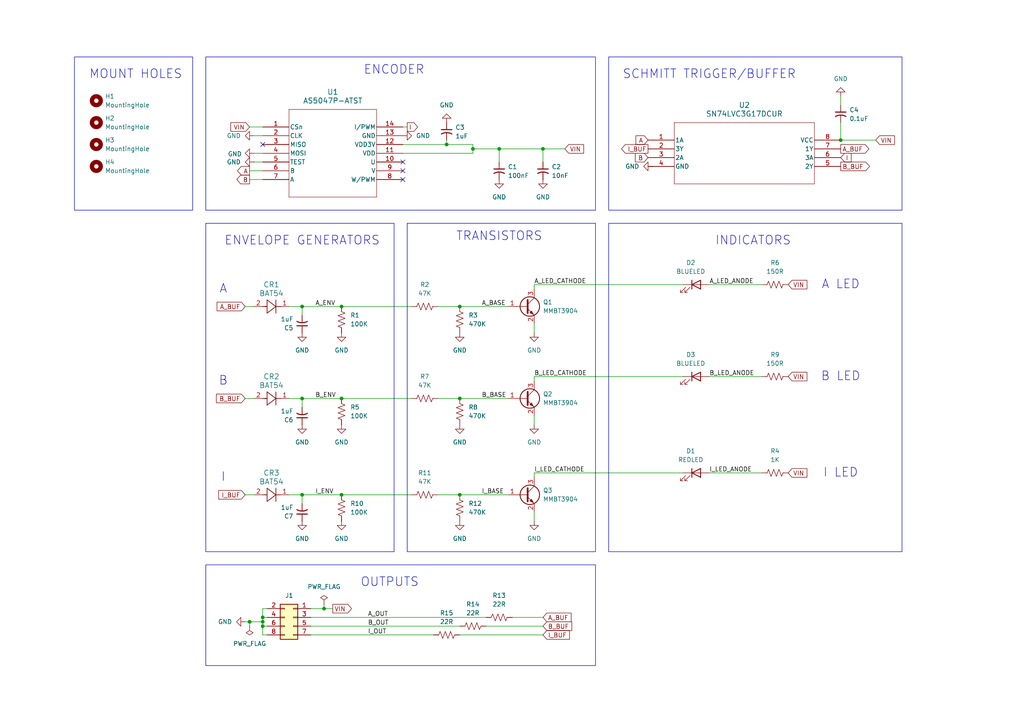
<source format=kicad_sch>
(kicad_sch (version 20250114) (generator "eeschema") (generator_version "9.0")
  (paper "A4")
  (title_block (title "Leg (Wheel) Encoder Board") (company "01 Binary"))
  (lib_symbols
    (symbol "AS5047P:AS5047P-ATSM" (pin_names (offset 0.254))
      (property "Reference" "U1" (at 20.32 10.16 0))
      (property "Value" "AS5047P-ATST" (at 20.32 7.62 0))
      (symbol "AS5047P-ATSM_0_1"
        (polyline (pts (xy 7.62 5.08) (xy 7.62 -20.32)) (stroke (width 0.127)))
        (polyline (pts (xy 7.62 -20.32) (xy 33.02 -20.32)) (stroke (width 0.127)))
        (polyline (pts (xy 33.02 5.08) (xy 7.62 5.08)) (stroke (width 0.127)))
        (polyline (pts (xy 33.02 -20.32) (xy 33.02 5.08)) (stroke (width 0.127)))
        (pin input line (at 0 0 0) (length 7.62) (name "CSn") (number "1"))
        (pin input line (at 0 -2.54 0) (length 7.62) (name "CLK") (number "2"))
        (pin output line (at 0 -5.08 0) (length 7.62) (name "MISO") (number "3"))
        (pin input line (at 0 -7.62 0) (length 7.62) (name "MOSI") (number "4"))
        (pin output line (at 0 -10.16 0) (length 7.62) (name "TEST") (number "5"))
        (pin output line (at 0 -12.7 0) (length 7.62) (name "B") (number "6"))
        (pin output line (at 0 -15.24 0) (length 7.62) (name "A") (number "7"))
        (pin output line (at 40.64 0 180) (length 7.62) (name "I/PWM") (number "14"))
        (pin power_out line (at 40.64 -2.54 180) (length 7.62) (name "GND") (number "13"))
        (pin power_in line (at 40.64 -5.08 180) (length 7.62) (name "VDD3V") (number "12"))
        (pin power_in line (at 40.64 -7.62 180) (length 7.62) (name "VDD") (number "11"))
        (pin output line (at 40.64 -10.16 180) (length 7.62) (name "U") (number "10"))
        (pin output line (at 40.64 -12.7 180) (length 7.62) (name "V") (number "9"))
        (pin output line (at 40.64 -15.24 180) (length 7.62) (name "W/PWM") (number "8"))
      )
    )
    (symbol "Connector_Generic:Conn_02x04_Odd_Even" (pin_names (offset 1.016) (hide yes))
      (property "Reference" "J" (at 1.27 5.08 0))
      (property "Value" "Conn_02x04_Odd_Even" (at 1.27 -7.62 0))
      (symbol "Conn_02x04_Odd_Even_1_1"
        (rectangle (start -1.27 3.81) (end 3.81 -6.35) (stroke (width 0.254)) (fill (type background)))
        (rectangle (start -1.27 2.667) (end 0 2.413) (stroke (width 0.1524)))
        (rectangle (start -1.27 0.127) (end 0 -0.127) (stroke (width 0.1524)))
        (rectangle (start -1.27 -2.413) (end 0 -2.667) (stroke (width 0.1524)))
        (rectangle (start -1.27 -4.953) (end 0 -5.207) (stroke (width 0.1524)))
        (rectangle (start 3.81 2.667) (end 2.54 2.413) (stroke (width 0.1524)))
        (rectangle (start 3.81 0.127) (end 2.54 -0.127) (stroke (width 0.1524)))
        (rectangle (start 3.81 -2.413) (end 2.54 -2.667) (stroke (width 0.1524)))
        (rectangle (start 3.81 -4.953) (end 2.54 -5.207) (stroke (width 0.1524)))
        (pin passive line (at -5.08 2.54 0) (length 3.81) (name "Pin_1") (number "1"))
        (pin passive line (at -5.08 0 0) (length 3.81) (name "Pin_3") (number "3"))
        (pin passive line (at -5.08 -2.54 0) (length 3.81) (name "Pin_5") (number "5"))
        (pin passive line (at -5.08 -5.08 0) (length 3.81) (name "Pin_7") (number "7"))
        (pin passive line (at 7.62 2.54 180) (length 3.81) (name "Pin_2") (number "2"))
        (pin passive line (at 7.62 0 180) (length 3.81) (name "Pin_4") (number "4"))
        (pin passive line (at 7.62 -2.54 180) (length 3.81) (name "Pin_6") (number "6"))
        (pin passive line (at 7.62 -5.08 180) (length 3.81) (name "Pin_8") (number "8"))
      )
    )
    (symbol "Device:C_Small_US" (pin_numbers (hide yes)) (pin_names (offset 0.254) (hide yes))
      (property "Reference" "C" (at 0.254 1.778 0))
      (property "Value" "C_Small_US" (at 0.254 -2.032 0))
      (symbol "C_Small_US_0_1"
        (polyline (pts (xy -1.524 0.508) (xy 1.524 0.508)) (stroke (width 0.3048)))
        (arc (start -1.524 -0.762) (mid 0 -0.3734) (end 1.524 -0.762) (stroke (width 0.3048)))
      )
      (symbol "C_Small_US_1_1"
        (pin passive line (at 0 2.54 270) (length 2.032) (name "~") (number "1"))
        (pin passive line (at 0 -2.54 90) (length 2.032) (name "~") (number "2"))
      )
    )
    (symbol "Device:LED" (pin_numbers (hide yes)) (pin_names (offset 1.016) (hide yes))
      (property "Reference" "D" (at 0 2.54 0))
      (property "Value" "LED" (at 0 -2.54 0))
      (symbol "LED_0_1"
        (polyline (pts (xy -3.048 -0.762) (xy -4.572 -2.286) (xy -3.81 -2.286) (xy -4.572 -2.286) (xy -4.572 -1.524)))
        (polyline (pts (xy -1.778 -0.762) (xy -3.302 -2.286) (xy -2.54 -2.286) (xy -3.302 -2.286) (xy -3.302 -1.524)))
        (polyline (pts (xy -1.27 0) (xy 1.27 0)))
        (polyline (pts (xy -1.27 -1.27) (xy -1.27 1.27)) (stroke (width 0.254)))
        (polyline (pts (xy 1.27 -1.27) (xy 1.27 1.27) (xy -1.27 0) (xy 1.27 -1.27)) (stroke (width 0.254)))
      )
      (symbol "LED_1_1"
        (pin passive line (at -3.81 0 0) (length 2.54) (name "K") (number "1"))
        (pin passive line (at 3.81 0 180) (length 2.54) (name "A") (number "2"))
      )
    )
    (symbol "Device:R_US" (pin_numbers (hide yes)) (pin_names (offset 0))
      (property "Reference" "R" (at 2.54 0 90))
      (property "Value" "R_US" (at -2.54 0 90))
      (symbol "R_US_0_1"
        (polyline (pts (xy 0 2.286) (xy 0 2.54)))
        (polyline (pts (xy 0 2.286) (xy 1.016 1.905) (xy 0 1.524) (xy -1.016 1.143) (xy 0 0.762)))
        (polyline (pts (xy 0 0.762) (xy 1.016 0.381) (xy 0 0) (xy -1.016 -0.381) (xy 0 -0.762)))
        (polyline (pts (xy 0 -0.762) (xy 1.016 -1.143) (xy 0 -1.524) (xy -1.016 -1.905) (xy 0 -2.286)))
        (polyline (pts (xy 0 -2.286) (xy 0 -2.54)))
      )
      (symbol "R_US_1_1"
        (pin passive line (at 0 3.81 270) (length 1.27) (name "~") (number "1"))
        (pin passive line (at 0 -3.81 90) (length 1.27) (name "~") (number "2"))
      )
    )
    (symbol "EnvelopeDiode:BAT54WS-7-F" (pin_names (offset 0.254))
      (property "Reference" "CR" (at 5.08 4.445 0))
      (property "Value" "BAT54WS-7-F" (at 5.08 -3.81 0))
      (symbol "BAT54WS-7-F_1_1"
        (polyline (pts (xy 2.54 0) (xy 3.4798 0)) (stroke (width 0.2032)))
        (polyline (pts (xy 3.175 0) (xy 3.81 0)) (stroke (width 0.2032)))
        (polyline (pts (xy 3.81 1.905) (xy 3.81 -1.905)) (stroke (width 0.2032)))
        (polyline (pts (xy 3.81 -1.905) (xy 6.35 0)) (stroke (width 0.2032)))
        (polyline (pts (xy 6.35 0) (xy 3.81 1.905)) (stroke (width 0.2032)))
        (polyline (pts (xy 6.35 0) (xy 7.62 0)) (stroke (width 0.2032)))
        (polyline (pts (xy 6.35 -1.905) (xy 6.35 1.905)) (stroke (width 0.2032)))
        (pin unspecified line (at 0 0 0) (length 2.54) (name "") (number "2"))
        (pin unspecified line (at 10.16 0 180) (length 2.54) (name "") (number "1"))
      )
      (symbol "BAT54WS-7-F_1_2"
        (polyline (pts (xy -1.905 3.81) (xy 1.905 3.81)) (stroke (width 0.2032)))
        (polyline (pts (xy 0 6.35) (xy -1.905 3.81)) (stroke (width 0.2032)))
        (polyline (pts (xy 0 6.35) (xy 0 7.62)) (stroke (width 0.2032)))
        (polyline (pts (xy 0 3.175) (xy 0 3.81)) (stroke (width 0.2032)))
        (polyline (pts (xy 0 2.54) (xy 0 3.4798)) (stroke (width 0.2032)))
        (polyline (pts (xy 1.905 6.35) (xy -1.905 6.35)) (stroke (width 0.2032)))
        (polyline (pts (xy 1.905 3.81) (xy 0 6.35)) (stroke (width 0.2032)))
        (pin unspecified line (at 0 10.16 270) (length 2.54) (name "") (number "1"))
        (pin unspecified line (at 0 0 90) (length 2.54) (name "") (number "2"))
      )
    )
    (symbol "Mechanical:MountingHole" (pin_names (offset 1.016)) (in_bom no)
      (property "Reference" "H" (at 0 5.08 0))
      (property "Value" "MountingHole" (at 0 3.175 0))
      (symbol "MountingHole_0_1"
        (circle (center 0 0) (radius 1.27) (stroke (width 1.27)))
      )
    )
    (symbol "SchmittBuffer:SN74LVC3G17DCUR" (pin_names (offset 0.254))
      (property "Reference" "U" (at 27.94 10.16 0))
      (property "Value" "SN74LVC3G17DCUR" (at 27.94 7.62 0))
      (symbol "SN74LVC3G17DCUR_0_1"
        (polyline (pts (xy 7.62 5.08) (xy 7.62 -12.7)) (stroke (width 0.127)))
        (polyline (pts (xy 7.62 -12.7) (xy 48.26 -12.7)) (stroke (width 0.127)))
        (polyline (pts (xy 48.26 5.08) (xy 7.62 5.08)) (stroke (width 0.127)))
        (polyline (pts (xy 48.26 -12.7) (xy 48.26 5.08)) (stroke (width 0.127)))
        (pin input line (at 0 0 0) (length 7.62) (name "1A") (number "1"))
        (pin output line (at 0 -2.54 0) (length 7.62) (name "3Y") (number "2"))
        (pin input line (at 0 -5.08 0) (length 7.62) (name "2A") (number "3"))
        (pin power_in line (at 0 -7.62 0) (length 7.62) (name "GND") (number "4"))
        (pin power_in line (at 55.88 0 180) (length 7.62) (name "VCC") (number "8"))
        (pin output line (at 55.88 -2.54 180) (length 7.62) (name "1Y") (number "7"))
        (pin input line (at 55.88 -5.08 180) (length 7.62) (name "3A") (number "6"))
        (pin output line (at 55.88 -7.62 180) (length 7.62) (name "2Y") (number "5"))
      )
    )
    (symbol "Transistor_BJT:MMBT3904" (pin_names (offset 0) (hide yes))
      (property "Reference" "Q" (at 5.08 1.905 0))
      (property "Value" "MMBT3904" (at 5.08 0 0))
      (symbol "MMBT3904_0_1"
        (polyline (pts (xy -2.54 0) (xy 0.635 0)))
        (polyline (pts (xy 0.635 1.905) (xy 0.635 -1.905)) (stroke (width 0.508)))
        (circle (center 1.27 0) (radius 2.8194) (stroke (width 0.254)))
      )
      (symbol "MMBT3904_1_1"
        (polyline (pts (xy 0.635 0.635) (xy 2.54 2.54)))
        (polyline (pts (xy 0.635 -0.635) (xy 2.54 -2.54)))
        (polyline (pts (xy 1.27 -1.778) (xy 1.778 -1.27) (xy 2.286 -2.286) (xy 1.27 -1.778)) (fill (type outline)))
        (pin input line (at -5.08 0 0) (length 2.54) (name "B") (number "1"))
        (pin passive line (at 2.54 5.08 270) (length 2.54) (name "C") (number "3"))
        (pin passive line (at 2.54 -5.08 90) (length 2.54) (name "E") (number "2"))
      )
    )
    (symbol "power:GND" (power) (pin_numbers (hide yes)) (pin_names (offset 0) (hide yes))
      (property "Value" "GND" (at 0 -3.81 0))
      (symbol "GND_0_1"
        (polyline (pts (xy 0 0) (xy 0 -1.27) (xy 1.27 -1.27) (xy 0 -2.54) (xy -1.27 -1.27) (xy 0 -1.27)))
      )
      (symbol "GND_1_1"
        (pin power_in line (at 0 0 270) (length 0) (name "~") (number "1"))
      )
    )
    (symbol "power:PWR_FLAG" (power) (pin_numbers (hide yes)) (pin_names (offset 0) (hide yes))
      (property "Value" "PWR_FLAG" (at 0 3.81 0))
      (symbol "PWR_FLAG_0_0"
        (pin power_out line (at 0 0 90) (length 0) (name "~") (number "1"))
      )
      (symbol "PWR_FLAG_0_1"
        (polyline (pts (xy 0 0) (xy 0 1.27) (xy -1.016 1.905) (xy 0 2.54) (xy 1.016 1.905) (xy 0 1.27)))
      )
    )
  )
  (rectangle (start 21.59 16.51) (end 55.88 60.96))
  (rectangle (start 176.53 64.77) (end 261.62 160.02))
  (rectangle (start 59.69 16.51) (end 172.72 60.96))
  (rectangle (start 176.53 16.51) (end 261.62 60.96))
  (rectangle (start 59.69 64.77) (end 114.3 160.02))
  (rectangle (start 118.11 64.77) (end 172.72 160.02))
  (rectangle (start 59.69 163.83) (end 172.72 193.04))
  (text "ENVELOPE GENERATORS" (at 87.63 69.85 0) (effects (font (size 2.54 2.54))))
  (text "ENCODER" (at 114.3 20.32 0) (effects (font (size 2.54 2.54))))
  (text "I" (at 64.77 138.43 0) (effects (font (size 2.54 2.54))))
  (text "A" (at 64.77 83.82 0) (effects (font (size 2.54 2.54))))
  (text "I LED" (at 243.84 137.16 0) (effects (font (size 2.54 2.54))))
  (text "B LED" (at 243.84 109.22 0) (effects (font (size 2.54 2.54))))
  (text "INDICATORS" (at 218.44 69.85 0) (effects (font (size 2.54 2.54))))
  (text "B" (at 64.77 110.49 0) (effects (font (size 2.54 2.54))))
  (text "OUTPUTS" (at 113.03 168.91 0) (effects (font (size 2.54 2.54))))
  (text "A LED" (at 243.84 82.55 0) (effects (font (size 2.54 2.54))))
  (text "MOUNT HOLES" (at 39.37 21.59 0) (effects (font (size 2.54 2.54))))
  (text "TRANSISTORS" (at 144.78 68.58 0) (effects (font (size 2.54 2.54))))
  (text "SCHMITT TRIGGER/BUFFER" (at 205.74 21.59 0) (effects (font (size 2.54 2.54))))
  (junction (at 76.2 180.34))
  (junction (at 243.84 40.64))
  (junction (at 87.63 88.9))
  (junction (at 93.98 176.53))
  (junction (at 129.54 41.91))
  (junction (at 99.06 143.51))
  (junction (at 76.2 179.07))
  (junction (at 133.35 88.9))
  (junction (at 133.35 115.57))
  (junction (at 72.39 180.34))
  (junction (at 137.16 43.18))
  (junction (at 157.48 43.18))
  (junction (at 133.35 143.51))
  (junction (at 99.06 88.9))
  (junction (at 144.78 43.18))
  (junction (at 76.2 181.61))
  (junction (at 87.63 115.57))
  (junction (at 87.63 143.51))
  (junction (at 99.06 115.57))
  (no_connect (at 116.84 49.53))
  (no_connect (at 116.84 52.07))
  (no_connect (at 76.2 41.91))
  (no_connect (at 116.84 46.99))
  (wire (pts (xy 87.63 115.57) (xy 99.06 115.57)))
  (wire (pts (xy 133.35 143.51) (xy 147.32 143.51)))
  (wire (pts (xy 90.17 181.61) (xy 133.35 181.61)))
  (wire (pts (xy 205.74 137.16) (xy 220.98 137.16)))
  (wire (pts (xy 116.84 36.83) (xy 118.11 36.83)))
  (wire (pts (xy 87.63 88.9) (xy 99.06 88.9)))
  (wire (pts (xy 133.35 184.15) (xy 157.48 184.15)))
  (wire (pts (xy 87.63 115.57) (xy 83.82 115.57)))
  (wire (pts (xy 87.63 143.51) (xy 83.82 143.51)))
  (wire (pts (xy 76.2 180.34) (xy 76.2 181.61)))
  (wire (pts (xy 157.48 43.18) (xy 163.83 43.18)))
  (wire (pts (xy 140.97 181.61) (xy 157.48 181.61)))
  (wire (pts (xy 72.39 180.34) (xy 76.2 180.34)))
  (wire (pts (xy 71.12 88.9) (xy 73.66 88.9)))
  (wire (pts (xy 93.98 176.53) (xy 96.52 176.53)))
  (wire (pts (xy 127 115.57) (xy 133.35 115.57)))
  (wire (pts (xy 129.54 40.64) (xy 129.54 41.91)))
  (wire (pts (xy 87.63 88.9) (xy 87.63 91.44)))
  (wire (pts (xy 99.06 88.9) (xy 119.38 88.9)))
  (wire (pts (xy 205.74 82.55) (xy 220.98 82.55)))
  (wire (pts (xy 154.94 96.52) (xy 154.94 93.98)))
  (wire (pts (xy 254 40.64) (xy 243.84 40.64)))
  (wire (pts (xy 73.66 46.99) (xy 76.2 46.99)))
  (wire (pts (xy 133.35 88.9) (xy 147.32 88.9)))
  (wire (pts (xy 90.17 184.15) (xy 125.73 184.15)))
  (wire (pts (xy 76.2 184.15) (xy 77.47 184.15)))
  (wire (pts (xy 144.78 43.18) (xy 144.78 46.99)))
  (wire (pts (xy 154.94 109.22) (xy 198.12 109.22)))
  (wire (pts (xy 157.48 43.18) (xy 157.48 46.99)))
  (wire (pts (xy 72.39 181.61) (xy 72.39 180.34)))
  (wire (pts (xy 243.84 30.48) (xy 243.84 27.94)))
  (wire (pts (xy 72.39 52.07) (xy 76.2 52.07)))
  (wire (pts (xy 129.54 41.91) (xy 137.16 41.91)))
  (wire (pts (xy 87.63 143.51) (xy 99.06 143.51)))
  (wire (pts (xy 137.16 41.91) (xy 137.16 43.18)))
  (wire (pts (xy 71.12 115.57) (xy 73.66 115.57)))
  (wire (pts (xy 127 88.9) (xy 133.35 88.9)))
  (wire (pts (xy 137.16 43.18) (xy 137.16 44.45)))
  (wire (pts (xy 76.2 179.07) (xy 76.2 180.34)))
  (wire (pts (xy 76.2 181.61) (xy 77.47 181.61)))
  (wire (pts (xy 154.94 137.16) (xy 198.12 137.16)))
  (wire (pts (xy 87.63 88.9) (xy 83.82 88.9)))
  (wire (pts (xy 99.06 115.57) (xy 119.38 115.57)))
  (wire (pts (xy 93.98 175.26) (xy 93.98 176.53)))
  (wire (pts (xy 76.2 176.53) (xy 77.47 176.53)))
  (wire (pts (xy 133.35 115.57) (xy 147.32 115.57)))
  (wire (pts (xy 243.84 35.56) (xy 243.84 40.64)))
  (wire (pts (xy 154.94 82.55) (xy 198.12 82.55)))
  (wire (pts (xy 99.06 143.51) (xy 119.38 143.51)))
  (wire (pts (xy 72.39 49.53) (xy 76.2 49.53)))
  (wire (pts (xy 154.94 151.13) (xy 154.94 148.59)))
  (wire (pts (xy 76.2 181.61) (xy 76.2 184.15)))
  (wire (pts (xy 154.94 137.16) (xy 154.94 138.43)))
  (wire (pts (xy 90.17 179.07) (xy 140.97 179.07)))
  (wire (pts (xy 76.2 179.07) (xy 77.47 179.07)))
  (wire (pts (xy 73.66 44.45) (xy 76.2 44.45)))
  (wire (pts (xy 76.2 176.53) (xy 76.2 179.07)))
  (wire (pts (xy 148.59 179.07) (xy 157.48 179.07)))
  (wire (pts (xy 205.74 109.22) (xy 220.98 109.22)))
  (wire (pts (xy 154.94 82.55) (xy 154.94 83.82)))
  (wire (pts (xy 144.78 43.18) (xy 157.48 43.18)))
  (wire (pts (xy 87.63 143.51) (xy 87.63 146.05)))
  (wire (pts (xy 137.16 43.18) (xy 144.78 43.18)))
  (wire (pts (xy 116.84 44.45) (xy 137.16 44.45)))
  (wire (pts (xy 87.63 115.57) (xy 87.63 118.11)))
  (wire (pts (xy 71.12 180.34) (xy 72.39 180.34)))
  (wire (pts (xy 73.66 39.37) (xy 76.2 39.37)))
  (wire (pts (xy 72.39 36.83) (xy 76.2 36.83)))
  (wire (pts (xy 189.23 48.26) (xy 187.96 48.26)))
  (wire (pts (xy 71.12 143.51) (xy 73.66 143.51)))
  (wire (pts (xy 154.94 123.19) (xy 154.94 120.65)))
  (wire (pts (xy 116.84 41.91) (xy 129.54 41.91)))
  (wire (pts (xy 127 143.51) (xy 133.35 143.51)))
  (wire (pts (xy 154.94 109.22) (xy 154.94 110.49)))
  (wire (pts (xy 90.17 176.53) (xy 93.98 176.53)))
  (label "A_ENV" (at 91.44 88.9 0))
  (label "A_LED_ANODE" (at 205.74 82.55 0))
  (label "B_ENV" (at 91.44 115.57 0))
  (label "A_LED_CATHODE" (at 154.94 82.55 0))
  (label "A_BASE" (at 139.7 88.9 0))
  (label "B_LED_ANODE" (at 205.74 109.22 0))
  (label "I_OUT" (at 106.68 184.15 0))
  (label "B_LED_CATHODE" (at 154.94 109.22 0))
  (label "I_ENV" (at 91.44 143.51 0))
  (label "A_OUT" (at 106.68 179.07 0))
  (label "B_BASE" (at 139.7 115.57 0))
  (label "I_LED_ANODE" (at 205.74 137.16 0))
  (label "I_LED_CATHODE" (at 154.94 137.16 0))
  (label "I_BASE" (at 139.7 143.51 0))
  (label "B_OUT" (at 106.68 181.61 0))
  (global_label "A_BUF" (shape input) (at 71.12 88.9 180) (property "Intersheetrefs" "${INTERSHEET_REFS}" (effects (hide yes))))
  (global_label "VIN" (shape input) (at 228.6 82.55 0) (property "Intersheetrefs" "${INTERSHEET_REFS}" (effects (hide yes))))
  (global_label "VIN" (shape input) (at 163.83 43.18 0) (property "Intersheetrefs" "${INTERSHEET_REFS}" (effects (hide yes))))
  (global_label "I_BUF" (shape input) (at 157.48 184.15 0) (property "Intersheetrefs" "${INTERSHEET_REFS}" (effects (hide yes))))
  (global_label "B_BUF" (shape input) (at 71.12 115.57 180) (property "Intersheetrefs" "${INTERSHEET_REFS}" (effects (hide yes))))
  (global_label "B" (shape input) (at 187.96 45.72 180) (property "Intersheetrefs" "${INTERSHEET_REFS}" (effects (hide yes))))
  (global_label "VIN" (shape input) (at 72.39 36.83 180) (property "Intersheetrefs" "${INTERSHEET_REFS}" (effects (hide yes))))
  (global_label "A_BUF" (shape output) (at 243.84 43.18 0) (property "Intersheetrefs" "${INTERSHEET_REFS}" (effects (hide yes))))
  (global_label "VIN" (shape input) (at 254 40.64 0) (property "Intersheetrefs" "${INTERSHEET_REFS}" (effects (hide yes))))
  (global_label "A" (shape input) (at 187.96 40.64 180) (property "Intersheetrefs" "${INTERSHEET_REFS}" (effects (hide yes))))
  (global_label "I" (shape output) (at 118.11 36.83 0) (property "Intersheetrefs" "${INTERSHEET_REFS}" (effects (hide yes))))
  (global_label "B_BUF" (shape input) (at 157.48 181.61 0) (property "Intersheetrefs" "${INTERSHEET_REFS}" (effects (hide yes))))
  (global_label "VIN" (shape input) (at 228.6 109.22 0) (property "Intersheetrefs" "${INTERSHEET_REFS}" (effects (hide yes))))
  (global_label "A" (shape output) (at 72.39 49.53 180) (property "Intersheetrefs" "${INTERSHEET_REFS}" (effects (hide yes))))
  (global_label "B_BUF" (shape output) (at 243.84 48.26 0) (property "Intersheetrefs" "${INTERSHEET_REFS}" (effects (hide yes))))
  (global_label "I" (shape input) (at 243.84 45.72 0) (property "Intersheetrefs" "${INTERSHEET_REFS}" (effects (hide yes))))
  (global_label "VIN" (shape output) (at 96.52 176.53 0) (property "Intersheetrefs" "${INTERSHEET_REFS}" (effects (hide yes))))
  (global_label "I_BUF" (shape output) (at 187.96 43.18 180) (property "Intersheetrefs" "${INTERSHEET_REFS}" (effects (hide yes))))
  (global_label "B" (shape output) (at 72.39 52.07 180) (property "Intersheetrefs" "${INTERSHEET_REFS}" (effects (hide yes))))
  (global_label "I_BUF" (shape input) (at 71.12 143.51 180) (property "Intersheetrefs" "${INTERSHEET_REFS}" (effects (hide yes))))
  (global_label "VIN" (shape input) (at 228.6 137.16 0) (property "Intersheetrefs" "${INTERSHEET_REFS}" (effects (hide yes))))
  (global_label "A_BUF" (shape input) (at 157.48 179.07 0) (property "Intersheetrefs" "${INTERSHEET_REFS}" (effects (hide yes))))
  (symbol (lib_id "power:GND") (at 116.84 39.37 90) (unit 1)
    (property "Reference" "#PWR05" (effects (hide yes)))
    (property "Value" "GND" (at 120.65 39.3699 90) (effects (justify right)))
    (property "Description" "Power symbol creates a global label with name \"GND\" , ground" (effects (hide yes)))
  )
  (symbol (lib_id "Device:R_US") (at 133.35 119.38 0) (unit 1)
    (property "Reference" "R8" (at 135.89 118.1099 0) (effects (justify left)))
    (property "Value" "470K" (at 135.89 120.6499 0) (effects (justify left)))
    (property "Footprint" "Resistor470K:RC0603FR-07470KL" (effects (hide yes)))
    (property "Description" "Resistor, US symbol" (effects (hide yes)))
    (property "LCSC" "C114622" (effects (hide yes)))
  )
  (symbol (lib_id "power:GND") (at 154.94 96.52 0) (unit 1)
    (property "Reference" "#PWR015" (effects (hide yes)))
    (property "Value" "GND" (at 154.94 101.6 0))
    (property "Description" "Power symbol creates a global label with name \"GND\" , ground" (effects (hide yes)))
  )
  (symbol (lib_id "power:GND") (at 133.35 151.13 0) (unit 1)
    (property "Reference" "#PWR021" (effects (hide yes)))
    (property "Value" "GND" (at 133.35 156.21 0))
    (property "Description" "Power symbol creates a global label with name \"GND\" , ground" (effects (hide yes)))
  )
  (symbol (lib_id "SchmittBuffer:SN74LVC3G17DCUR") (at 187.96 40.64 0) (unit 1)
    (property "Reference" "U2" (at 215.9 30.48 0) (effects (font (size 1.524 1.524))))
    (property "Value" "SN74LVC3G17DCUR" (at 215.9 33.02 0) (effects (font (size 1.524 1.524))))
    (property "Footprint" "SchmittBuffer:SN74LVC3G17DCUR" (effects (hide yes)))
    (property "Datasheet" "https://www.ti.com/lit/gpn/sn74lvc3g17" (effects (hide yes)))
    (property "LCSC" "C68245" (effects (hide yes)))
  )
  (symbol (lib_id "power:GND") (at 99.06 151.13 0) (unit 1)
    (property "Reference" "#PWR020" (effects (hide yes)))
    (property "Value" "GND" (at 99.06 156.21 0))
    (property "Description" "Power symbol creates a global label with name \"GND\" , ground" (effects (hide yes)))
  )
  (symbol (lib_id "Device:R_US") (at 137.16 181.61 90) (unit 1)
    (property "Reference" "R14" (at 137.16 175.26 90))
    (property "Value" "22R" (at 137.16 177.8 90))
    (property "Footprint" "Resistor22:RC0603FR-0722RL" (effects (hide yes)))
    (property "Description" "Resistor, US symbol" (effects (hide yes)))
    (property "LCSC" "C105579" (effects (hide yes)))
  )
  (symbol (lib_id "power:GND") (at 87.63 123.19 0) (unit 1)
    (property "Reference" "#PWR010" (effects (hide yes)))
    (property "Value" "GND" (at 87.63 128.27 0))
    (property "Description" "Power symbol creates a global label with name \"GND\" , ground" (effects (hide yes)))
  )
  (symbol (lib_id "power:PWR_FLAG") (at 72.39 181.61 180) (unit 1)
    (property "Reference" "#FLG02" (effects (hide yes)))
    (property "Value" "PWR_FLAG" (at 72.39 186.69 0))
    (property "Description" "Special symbol for telling ERC where power comes from" (effects (hide yes)))
  )
  (symbol (lib_id "AS5047P:AS5047P-ATSM") (at 76.2 36.83 0) (unit 1)
    (property "Reference" "U1" (at 96.52 26.67 0) (effects (font (size 1.524 1.524))))
    (property "Value" "AS5047P-ATST" (at 96.52 29.21 0) (effects (font (size 1.524 1.524))))
    (property "Footprint" "AS5047P-ASST:AS5047P-ASST" (effects (hide yes)))
    (property "Datasheet" "AS5047P-ATSM" (effects (hide yes)))
    (property "LCSC" "C962063" (effects (hide yes)))
  )
  (symbol (lib_id "Device:R_US") (at 133.35 147.32 0) (unit 1)
    (property "Reference" "R12" (at 135.89 146.0499 0) (effects (justify left)))
    (property "Value" "470K" (at 135.89 148.5899 0) (effects (justify left)))
    (property "Footprint" "Resistor470K:RC0603FR-07470KL" (effects (hide yes)))
    (property "Description" "Resistor, US symbol" (effects (hide yes)))
    (property "LCSC" "C114622" (effects (hide yes)))
  )
  (symbol (lib_id "Transistor_BJT:MMBT3904") (at 152.4 88.9 0) (unit 1)
    (property "Reference" "Q1" (at 157.48 87.6299 0) (effects (justify left)))
    (property "Value" "MMBT3904" (at 157.48 90.1699 0) (effects (justify left)))
    (property "Footprint" "Transistor:MMBT3904LT1G" (effects (hide yes)))
    (property "Datasheet" "https://www.onsemi.com/pdf/datasheet/pzt3904-d.pdf" (effects (hide yes)))
    (property "Description" "0.2A Ic, 40V Vce, Small Signal NPN Transistor, SOT-23" (effects (hide yes)))
    (property "LCSC" "C81464" (effects (hide yes)))
  )
  (symbol (lib_id "Device:R_US") (at 129.54 184.15 90) (unit 1)
    (property "Reference" "R15" (at 129.54 177.8 90))
    (property "Value" "22R" (at 129.54 180.34 90))
    (property "Footprint" "Resistor22:RC0603FR-0722RL" (effects (hide yes)))
    (property "Description" "Resistor, US symbol" (effects (hide yes)))
    (property "LCSC" "C105579" (effects (hide yes)))
  )
  (symbol (lib_id "Device:C_Small_US") (at 87.63 93.98 180) (unit 1)
    (property "Reference" "C5" (at 85.09 95.1231 0) (effects (justify left)))
    (property "Value" "1uF" (at 85.09 92.5831 0) (effects (justify left)))
    (property "Footprint" "Capacitor1uF:CC0603JRX7R7BB105" (effects (hide yes)))
    (property "Description" "capacitor, small US symbol" (effects (hide yes)))
    (property "LCSC" "C519560" (effects (hide yes)))
  )
  (symbol (lib_id "power:GND") (at 144.78 52.07 0) (unit 1)
    (property "Reference" "#PWR01" (effects (hide yes)))
    (property "Value" "GND" (at 144.78 57.15 0))
    (property "Description" "Power symbol creates a global label with name \"GND\" , ground" (effects (hide yes)))
  )
  (symbol (lib_id "EnvelopeDiode:BAT54WS-7-F") (at 73.66 88.9 0) (unit 1)
    (property "Reference" "CR1" (at 78.74 82.55 0) (effects (font (size 1.524 1.524))))
    (property "Value" "BAT54" (at 78.74 85.09 0) (effects (font (size 1.524 1.524))))
    (property "Footprint" "EnvelopeDiode:BAT54WS-7-F" (effects (hide yes)))
    (property "Datasheet" "BAT54WS-7-F" (effects (hide yes)))
    (property "LCSC" "C124205" (effects (hide yes)))
  )
  (symbol (lib_id "power:GND") (at 189.23 48.26 270) (unit 1)
    (property "Reference" "#PWR04" (effects (hide yes)))
    (property "Value" "GND" (at 185.42 48.2599 90) (effects (justify right)))
    (property "Description" "Power symbol creates a global label with name \"GND\" , ground" (effects (hide yes)))
  )
  (symbol (lib_id "power:GND") (at 157.48 52.07 0) (unit 1)
    (property "Reference" "#PWR02" (effects (hide yes)))
    (property "Value" "GND" (at 157.48 57.15 0))
    (property "Description" "Power symbol creates a global label with name \"GND\" , ground" (effects (hide yes)))
  )
  (symbol (lib_id "power:GND") (at 243.84 27.94 180) (unit 1)
    (property "Reference" "#PWR012" (effects (hide yes)))
    (property "Value" "GND" (at 243.84 22.86 0))
    (property "Description" "Power symbol creates a global label with name \"GND\" , ground" (effects (hide yes)))
  )
  (symbol (lib_id "power:GND") (at 73.66 44.45 270) (unit 1)
    (property "Reference" "#PWR09" (effects (hide yes)))
    (property "Value" "GND" (at 68.1093 44.6558 90))
    (property "Description" "Power symbol creates a global label with name \"GND\" , ground" (effects (hide yes)))
  )
  (symbol (lib_id "Transistor_BJT:MMBT3904") (at 152.4 143.51 0) (unit 1)
    (property "Reference" "Q3" (at 157.48 142.2399 0) (effects (justify left)))
    (property "Value" "MMBT3904" (at 157.48 144.7799 0) (effects (justify left)))
    (property "Footprint" "Transistor:MMBT3904LT1G" (effects (hide yes)))
    (property "Datasheet" "https://www.onsemi.com/pdf/datasheet/pzt3904-d.pdf" (effects (hide yes)))
    (property "Description" "0.2A Ic, 40V Vce, Small Signal NPN Transistor, SOT-23" (effects (hide yes)))
    (property "LCSC" "C81464" (effects (hide yes)))
  )
  (symbol (lib_id "Device:LED") (at 201.93 109.22 0) (unit 1)
    (property "Reference" "D3" (at 200.3425 102.87 0))
    (property "Value" "BLUELED" (at 200.3425 105.41 0))
    (property "Footprint" "BlueLED:150080BS75000_Modified" (effects (hide yes)))
    (property "Description" "Light emitting diode" (effects (hide yes)))
    (property "Sim.Pins" "1=K 2=A" (effects (hide yes)))
    (property "LCSC" "C6067133" (effects (hide yes)))
  )
  (symbol (lib_id "Device:C_Small_US") (at 243.84 33.02 0) (unit 1)
    (property "Reference" "C4" (at 246.38 31.8769 0) (effects (justify left)))
    (property "Value" "0.1uF" (at 246.38 34.4169 0) (effects (justify left)))
    (property "Footprint" "Capacitor0.1uF:GRM188R71H104KA93J" (effects (hide yes)))
    (property "Description" "capacitor, small US symbol" (effects (hide yes)))
  )
  (symbol (lib_id "Device:C_Small_US") (at 144.78 49.53 0) (unit 1)
    (property "Reference" "C1" (at 147.32 48.3869 0) (effects (justify left)))
    (property "Value" "100nF" (at 147.32 50.9269 0) (effects (justify left)))
    (property "Footprint" "Capacitor100nF:885342208002" (effects (hide yes)))
    (property "Description" "capacitor, small US symbol" (effects (hide yes)))
    (property "LCSC" "C2176910" (effects (hide yes)))
  )
  (symbol (lib_id "Device:R_US") (at 144.78 179.07 90) (unit 1)
    (property "Reference" "R13" (at 144.78 172.72 90))
    (property "Value" "22R" (at 144.78 175.26 90))
    (property "Footprint" "Resistor22:RC0603FR-0722RL" (effects (hide yes)))
    (property "Description" "Resistor, US symbol" (effects (hide yes)))
    (property "LCSC" "C105579" (effects (hide yes)))
  )
  (symbol (lib_id "Device:C_Small_US") (at 87.63 120.65 180) (unit 1)
    (property "Reference" "C6" (at 85.09 121.7931 0) (effects (justify left)))
    (property "Value" "1uF" (at 85.09 119.2531 0) (effects (justify left)))
    (property "Footprint" "Capacitor1uF:CC0603JRX7R7BB105" (effects (hide yes)))
    (property "Description" "capacitor, small US symbol" (effects (hide yes)))
    (property "LCSC" "C519560" (effects (hide yes)))
  )
  (symbol (lib_id "power:GND") (at 133.35 123.19 0) (unit 1)
    (property "Reference" "#PWR018" (effects (hide yes)))
    (property "Value" "GND" (at 133.35 128.27 0))
    (property "Description" "Power symbol creates a global label with name \"GND\" , ground" (effects (hide yes)))
  )
  (symbol (lib_id "Device:R_US") (at 99.06 147.32 0) (unit 1)
    (property "Reference" "R10" (at 101.6 146.0499 0) (effects (justify left)))
    (property "Value" "100K" (at 101.6 148.5899 0) (effects (justify left)))
    (property "Footprint" "Resistor100K:CRCW0603100KFKEA" (effects (hide yes)))
    (property "Description" "Resistor, US symbol" (effects (hide yes)))
    (property "LCSC" "C844916" (effects (hide yes)))
  )
  (symbol (lib_id "power:GND") (at 154.94 123.19 0) (unit 1)
    (property "Reference" "#PWR019" (effects (hide yes)))
    (property "Value" "GND" (at 154.94 128.27 0))
    (property "Description" "Power symbol creates a global label with name \"GND\" , ground" (effects (hide yes)))
  )
  (symbol (lib_id "Device:LED") (at 201.93 137.16 0) (unit 1)
    (property "Reference" "D1" (at 200.3425 130.81 0))
    (property "Value" "REDLED" (at 200.3425 133.35 0))
    (property "Footprint" "RedLED:RC0603FR-07150RL" (effects (hide yes)))
    (property "Description" "Light emitting diode" (effects (hide yes)))
    (property "Sim.Pins" "1=K 2=A" (effects (hide yes)))
    (property "LCSC" "C114608" (effects (hide yes)))
  )
  (symbol (lib_id "Mechanical:MountingHole") (at 27.94 35.56 0) (unit 1) (in_bom no)
    (property "Reference" "H2" (at 30.48 34.2899 0) (effects (justify left)))
    (property "Value" "MountingHole" (at 30.48 36.8299 0) (effects (justify left)))
    (property "Footprint" "MountingHole:MountingHole_2.5mm_Pad" (effects (hide yes)))
    (property "Description" "Mounting Hole without connection" (effects (hide yes)))
  )
  (symbol (lib_id "Device:R_US") (at 133.35 92.71 0) (unit 1)
    (property "Reference" "R3" (at 135.89 91.4399 0) (effects (justify left)))
    (property "Value" "470K" (at 135.89 93.9799 0) (effects (justify left)))
    (property "Footprint" "Resistor470K:RC0603FR-07470KL" (effects (hide yes)))
    (property "Description" "Resistor, US symbol" (effects (hide yes)))
    (property "LCSC" "C114622" (effects (hide yes)))
  )
  (symbol (lib_id "Connector_Generic:Conn_02x04_Odd_Even") (at 85.09 179.07 0) (mirror y) (unit 1)
    (property "Reference" "J1" (at 85.09 172.72 0) (effects (justify left)))
    (property "Value" "Conn_01x05" (effects (hide yes)))
    (property "Footprint" "Connector_IDC:IDC-Header_2x04_P2.54mm_Vertical" (effects (hide yes)))
    (property "Description" "Generic connector, double row, 02x04, odd/even pin numbering scheme (row 1 odd numbers, row 2 even numbers), script generated (kicad-library-utils/schlib/autogen/connector/)" (effects (hide yes)))
  )
  (symbol (lib_id "power:GND") (at 87.63 96.52 0) (unit 1)
    (property "Reference" "#PWR013" (effects (hide yes)))
    (property "Value" "GND" (at 87.63 101.6 0))
    (property "Description" "Power symbol creates a global label with name \"GND\" , ground" (effects (hide yes)))
  )
  (symbol (lib_id "Mechanical:MountingHole") (at 27.94 41.91 0) (unit 1) (in_bom no)
    (property "Reference" "H3" (at 30.48 40.6399 0) (effects (justify left)))
    (property "Value" "MountingHole" (at 30.48 43.1799 0) (effects (justify left)))
    (property "Footprint" "MountingHole:MountingHole_2.5mm_Pad" (effects (hide yes)))
    (property "Description" "Mounting Hole without connection" (effects (hide yes)))
  )
  (symbol (lib_id "power:GND") (at 99.06 96.52 0) (unit 1)
    (property "Reference" "#PWR014" (effects (hide yes)))
    (property "Value" "GND" (at 99.06 101.6 0))
    (property "Description" "Power symbol creates a global label with name \"GND\" , ground" (effects (hide yes)))
  )
  (symbol (lib_id "power:GND") (at 71.12 180.34 270) (mirror x) (unit 1)
    (property "Reference" "#PWR06" (effects (hide yes)))
    (property "Value" "GND" (at 67.31 180.3399 90) (effects (justify right)))
    (property "Description" "Power symbol creates a global label with name \"GND\" , ground" (effects (hide yes)))
  )
  (symbol (lib_id "power:GND") (at 129.54 35.56 180) (unit 1)
    (property "Reference" "#PWR03" (effects (hide yes)))
    (property "Value" "GND" (at 129.54 30.48 0))
    (property "Description" "Power symbol creates a global label with name \"GND\" , ground" (effects (hide yes)))
  )
  (symbol (lib_id "Device:R_US") (at 99.06 92.71 0) (unit 1)
    (property "Reference" "R1" (at 101.6 91.4399 0) (effects (justify left)))
    (property "Value" "100K" (at 101.6 93.9799 0) (effects (justify left)))
    (property "Footprint" "Resistor100K:CRCW0603100KFKEA" (effects (hide yes)))
    (property "Description" "Resistor, US symbol" (effects (hide yes)))
    (property "LCSC" "C844916" (effects (hide yes)))
  )
  (symbol (lib_id "Device:C_Small_US") (at 87.63 148.59 180) (unit 1)
    (property "Reference" "C7" (at 85.09 149.7331 0) (effects (justify left)))
    (property "Value" "1uF" (at 85.09 147.1931 0) (effects (justify left)))
    (property "Footprint" "Capacitor1uF:CC0603JRX7R7BB105" (effects (hide yes)))
    (property "Description" "capacitor, small US symbol" (effects (hide yes)))
    (property "LCSC" "C519560" (effects (hide yes)))
  )
  (symbol (lib_id "power:PWR_FLAG") (at 93.98 175.26 0) (unit 1)
    (property "Reference" "#FLG01" (effects (hide yes)))
    (property "Value" "PWR_FLAG" (at 93.98 170.18 0))
    (property "Description" "Special symbol for telling ERC where power comes from" (effects (hide yes)))
  )
  (symbol (lib_id "Device:R_US") (at 123.19 88.9 90) (unit 1)
    (property "Reference" "R2" (at 123.19 82.55 90))
    (property "Value" "47K" (at 123.19 85.09 90))
    (property "Footprint" "Resistor47K:RC0603FR-0747KL" (effects (hide yes)))
    (property "Description" "Resistor, US symbol" (effects (hide yes)))
    (property "LCSC" "C105579" (effects (hide yes)))
  )
  (symbol (lib_id "power:GND") (at 73.66 39.37 270) (unit 1)
    (property "Reference" "#PWR011" (effects (hide yes)))
    (property "Value" "GND" (at 69.85 39.3699 90) (effects (justify right)))
    (property "Description" "Power symbol creates a global label with name \"GND\" , ground" (effects (hide yes)))
  )
  (symbol (lib_id "Device:R_US") (at 224.79 109.22 270) (unit 1)
    (property "Reference" "R9" (at 224.79 102.87 90))
    (property "Value" "150R" (at 224.79 105.41 90))
    (property "Footprint" "Resistor150:RESC1607X60N" (effects (hide yes)))
    (property "Description" "Resistor, US symbol" (effects (hide yes)))
    (property "LCSC" "C114608" (effects (hide yes)))
  )
  (symbol (lib_id "EnvelopeDiode:BAT54WS-7-F") (at 73.66 115.57 0) (unit 1)
    (property "Reference" "CR2" (at 78.74 109.22 0) (effects (font (size 1.524 1.524))))
    (property "Value" "BAT54" (at 78.74 111.76 0) (effects (font (size 1.524 1.524))))
    (property "Footprint" "EnvelopeDiode:BAT54WS-7-F" (effects (hide yes)))
    (property "Datasheet" "BAT54WS-7-F" (effects (hide yes)))
    (property "LCSC" "C124205" (effects (hide yes)))
  )
  (symbol (lib_id "Device:R_US") (at 99.06 119.38 0) (unit 1)
    (property "Reference" "R5" (at 101.6 118.1099 0) (effects (justify left)))
    (property "Value" "100K" (at 101.6 120.6499 0) (effects (justify left)))
    (property "Footprint" "Resistor100K:CRCW0603100KFKEA" (effects (hide yes)))
    (property "Description" "Resistor, US symbol" (effects (hide yes)))
    (property "LCSC" "C844916" (effects (hide yes)))
  )
  (symbol (lib_id "power:GND") (at 73.66 46.99 270) (unit 1)
    (property "Reference" "#PWR07" (effects (hide yes)))
    (property "Value" "GND" (at 69.85 46.9899 90) (effects (justify right)))
    (property "Description" "Power symbol creates a global label with name \"GND\" , ground" (effects (hide yes)))
  )
  (symbol (lib_id "Device:LED") (at 201.93 82.55 0) (unit 1)
    (property "Reference" "D2" (at 200.3425 76.2 0))
    (property "Value" "BLUELED" (at 200.3425 78.74 0))
    (property "Footprint" "BlueLED:150080BS75000_Modified" (effects (hide yes)))
    (property "Description" "Light emitting diode" (effects (hide yes)))
    (property "Sim.Pins" "1=K 2=A" (effects (hide yes)))
    (property "LCSC" "C6067133" (effects (hide yes)))
  )
  (symbol (lib_id "Device:R_US") (at 123.19 115.57 90) (unit 1)
    (property "Reference" "R7" (at 123.19 109.22 90))
    (property "Value" "47K" (at 123.19 111.76 90))
    (property "Footprint" "Resistor47K:RC0603FR-0747KL" (effects (hide yes)))
    (property "Description" "Resistor, US symbol" (effects (hide yes)))
    (property "LCSC" "C105579" (effects (hide yes)))
  )
  (symbol (lib_id "Device:R_US") (at 224.79 82.55 270) (unit 1)
    (property "Reference" "R6" (at 224.79 76.2 90))
    (property "Value" "150R" (at 224.79 78.74 90))
    (property "Footprint" "Resistor150:RESC1607X60N" (effects (hide yes)))
    (property "Description" "Resistor, US symbol" (effects (hide yes)))
  )
  (symbol (lib_id "Mechanical:MountingHole") (at 27.94 29.21 0) (unit 1) (in_bom no)
    (property "Reference" "H1" (at 30.48 27.9399 0) (effects (justify left)))
    (property "Value" "MountingHole" (at 30.48 30.4799 0) (effects (justify left)))
    (property "Footprint" "MountingHole:MountingHole_2.5mm_Pad" (effects (hide yes)))
    (property "Description" "Mounting Hole without connection" (effects (hide yes)))
  )
  (symbol (lib_id "Device:R_US") (at 123.19 143.51 90) (unit 1)
    (property "Reference" "R11" (at 123.19 137.16 90))
    (property "Value" "47K" (at 123.19 139.7 90))
    (property "Footprint" "Resistor47K:RC0603FR-0747KL" (effects (hide yes)))
    (property "Description" "Resistor, US symbol" (effects (hide yes)))
    (property "LCSC" "C105579" (effects (hide yes)))
  )
  (symbol (lib_id "power:GND") (at 154.94 151.13 0) (unit 1)
    (property "Reference" "#PWR022" (effects (hide yes)))
    (property "Value" "GND" (at 154.94 156.21 0))
    (property "Description" "Power symbol creates a global label with name \"GND\" , ground" (effects (hide yes)))
  )
  (symbol (lib_id "Transistor_BJT:MMBT3904") (at 152.4 115.57 0) (unit 1)
    (property "Reference" "Q2" (at 157.48 114.2999 0) (effects (justify left)))
    (property "Value" "MMBT3904" (at 157.48 116.8399 0) (effects (justify left)))
    (property "Footprint" "Transistor:MMBT3904LT1G" (effects (hide yes)))
    (property "Datasheet" "https://www.onsemi.com/pdf/datasheet/pzt3904-d.pdf" (effects (hide yes)))
    (property "Description" "0.2A Ic, 40V Vce, Small Signal NPN Transistor, SOT-23" (effects (hide yes)))
    (property "LCSC" "C81464" (effects (hide yes)))
  )
  (symbol (lib_id "power:GND") (at 99.06 123.19 0) (unit 1)
    (property "Reference" "#PWR017" (effects (hide yes)))
    (property "Value" "GND" (at 99.06 128.27 0))
    (property "Description" "Power symbol creates a global label with name \"GND\" , ground" (effects (hide yes)))
  )
  (symbol (lib_id "power:GND") (at 87.63 151.13 0) (unit 1)
    (property "Reference" "#PWR08" (effects (hide yes)))
    (property "Value" "GND" (at 87.63 156.21 0))
    (property "Description" "Power symbol creates a global label with name \"GND\" , ground" (effects (hide yes)))
  )
  (symbol (lib_id "Device:C_Small_US") (at 129.54 38.1 0) (unit 1)
    (property "Reference" "C3" (at 132.08 36.9569 0) (effects (justify left)))
    (property "Value" "1uF" (at 132.08 39.4969 0) (effects (justify left)))
    (property "Footprint" "Capacitor1uF:CC0603JRX7R7BB105" (effects (hide yes)))
    (property "Description" "capacitor, small US symbol" (effects (hide yes)))
    (property "LCSC" "C519560" (effects (hide yes)))
  )
  (symbol (lib_id "Mechanical:MountingHole") (at 27.94 48.26 0) (unit 1) (in_bom no)
    (property "Reference" "H4" (at 30.48 46.9899 0) (effects (justify left)))
    (property "Value" "MountingHole" (at 30.48 49.5299 0) (effects (justify left)))
    (property "Footprint" "MountingHole:MountingHole_2.5mm_Pad" (effects (hide yes)))
    (property "Description" "Mounting Hole without connection" (effects (hide yes)))
  )
  (symbol (lib_id "EnvelopeDiode:BAT54WS-7-F") (at 73.66 143.51 0) (unit 1)
    (property "Reference" "CR3" (at 78.74 137.16 0) (effects (font (size 1.524 1.524))))
    (property "Value" "BAT54" (at 78.74 139.7 0) (effects (font (size 1.524 1.524))))
    (property "Footprint" "EnvelopeDiode:BAT54WS-7-F" (effects (hide yes)))
    (property "Datasheet" "BAT54WS-7-F" (effects (hide yes)))
    (property "LCSC" "C124205" (effects (hide yes)))
  )
  (symbol (lib_id "power:GND") (at 133.35 96.52 0) (unit 1)
    (property "Reference" "#PWR016" (effects (hide yes)))
    (property "Value" "GND" (at 133.35 101.6 0))
    (property "Description" "Power symbol creates a global label with name \"GND\" , ground" (effects (hide yes)))
  )
  (symbol (lib_id "Device:C_Small_US") (at 157.48 49.53 0) (unit 1)
    (property "Reference" "C2" (at 160.02 48.3869 0) (effects (justify left)))
    (property "Value" "10nF" (at 160.02 50.9269 0) (effects (justify left)))
    (property "Footprint" "Capacitor10nF:885012206089" (effects (hide yes)))
    (property "Description" "capacitor, small US symbol" (effects (hide yes)))
    (property "LCSC" "C2169542" (effects (hide yes)))
  )
  (symbol (lib_id "Device:R_US") (at 224.79 137.16 270) (unit 1)
    (property "Reference" "R4" (at 224.79 130.81 90))
    (property "Value" "1K" (at 224.79 133.35 90))
    (property "Footprint" "Resistor1K:RCG06031K00FKEA" (effects (hide yes)))
    (property "Description" "Resistor, US symbol" (effects (hide yes)))
    (property "LCSC" "C4264491" (effects (hide yes)))
  )
)
</source>
